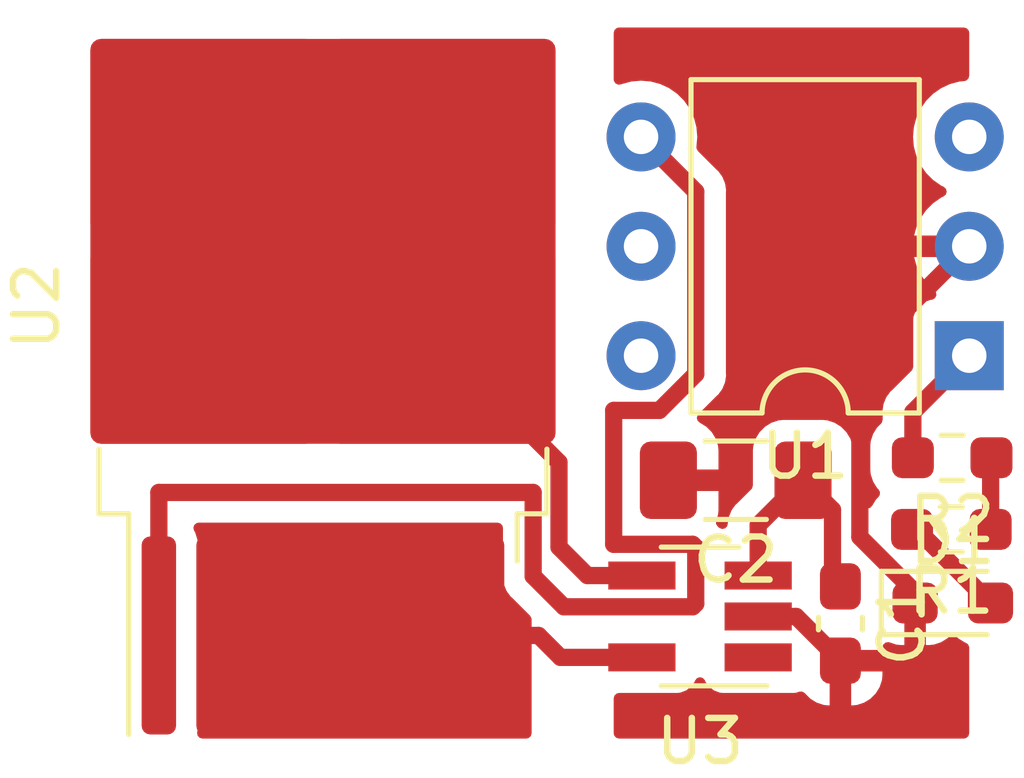
<source format=kicad_pcb>
(kicad_pcb (version 20221018) (generator pcbnew)
  (layers (0 "F.Cu" signal) (31 "B.Cu" signal) (34 "B.Paste" user) (35 "F.Paste" user) (36 "B.SilkS" user "B.Silkscreen") (37 "F.SilkS" user "F.Silkscreen") (38 "B.Mask" user) (39 "F.Mask" user) (44 "Edge.Cuts" user))
  (net 0 "")
  (net 1 "/Big Free Load Switch/i_sns_supply")
  (net 2 "GND")
  (net 3 "Net-(D1-A)")
  (net 4 "Net-(R2-Pad2)")
  (net 6 "Net-(U1-Pad4)")
  (net 8 "/Big Free Load Switch/gate_supply")
  (net 9 "/Big Free Load Switch/POWER_OUTPUT")
  (net 10 "/Big Free Load Switch/POWER_INPUT")
  (net 11 "/Big Free Load Switch/i_sns")
  (net 12 "/Big Free Load Switch/close")
  (footprint "Package_TO_SOT_SMD:TO-263-6" (layer "F.Cu") (at 56.115 24.245 90)
    (fp_text reference "U2" (at 0 -6.65 90) (layer "F.SilkS"))
    (fp_text value "~")
    (fp_line (start -4.825 -5.2) (end -4.825 -4.51) (stroke (width 0.12)) (layer "F.SilkS"))
    (fp_line (start -4.825 -4.51) (end -9.95 -4.51) (stroke (width 0.12)) (layer "F.SilkS"))
    (fp_line (start -4.825 4.51) (end -5.925 4.51) (stroke (width 0.12)) (layer "F.SilkS"))
    (fp_line (start -4.825 5.2) (end -4.825 4.51) (stroke (width 0.12)) (layer "F.SilkS"))
    (fp_line (start -3.325 -5.2) (end -4.825 -5.2) (stroke (width 0.12)) (layer "F.SilkS"))
    (fp_line (start -3.325 5.2) (end -4.825 5.2) (stroke (width 0.12)) (layer "F.SilkS"))
    (pad "1" smd roundrect (at -7.65 -3.81 90) (size 4.6 0.8) (layers "F.Cu" "F.Paste" "F.Mask") (net 6 "Net-(U1-Pad4)"))
    (pad "2" smd roundrect (at -7.65 -2.54 90) (size 4.6 0.8) (layers "F.Cu" "F.Paste" "F.Mask") (net 9 "/Big Free Load Switch/POWER_OUTPUT"))
    (pad "3" smd roundrect (at -7.65 -1.27 90) (size 4.6 0.8) (layers "F.Cu" "F.Paste" "F.Mask") (net 9 "/Big Free Load Switch/POWER_OUTPUT"))
    (pad "4" smd roundrect (at -0.925 -2.775 90) (size 4.55 5.25) (layers "F.Cu" "F.Paste") (roundrect_rratio 0.054945) (net 10 "/Big Free Load Switch/POWER_INPUT"))
    (pad "4" smd roundrect (at -0.925 2.775 90) (size 4.55 5.25) (layers "F.Cu" "F.Paste") (roundrect_rratio 0.054945) (net 10 "/Big Free Load Switch/POWER_INPUT"))
    (pad "4" smd roundrect (at 1.5 0 90) (size 9.4 10.8) (layers "F.Cu" "F.Mask") (roundrect_rratio 0.026596) (net 10 "/Big Free Load Switch/POWER_INPUT"))
    (pad "4" smd roundrect (at 3.925 -2.775 90) (size 4.55 5.25) (layers "F.Cu" "F.Paste") (roundrect_rratio 0.054945) (net 10 "/Big Free Load Switch/POWER_INPUT"))
    (pad "4" smd roundrect (at 3.925 2.775 90) (size 4.55 5.25) (layers "F.Cu" "F.Paste") (roundrect_rratio 0.054945) (net 10 "/Big Free Load Switch/POWER_INPUT"))
    (pad "5" smd roundrect (at -7.65 1.27 90) (size 4.6 0.8) (layers "F.Cu" "F.Paste" "F.Mask") (net 9 "/Big Free Load Switch/POWER_OUTPUT"))
    (pad "6" smd roundrect (at -7.65 2.54 90) (size 4.6 0.8) (layers "F.Cu" "F.Paste" "F.Mask") (net 9 "/Big Free Load Switch/POWER_OUTPUT"))
    (pad "7" smd roundrect (at -7.65 3.81 90) (size 4.6 0.8) (layers "F.Cu" "F.Paste" "F.Mask") (net 9 "/Big Free Load Switch/POWER_OUTPUT"))
  )
  (footprint "Capacitor_SMD:C_0603_1608Metric_Pad1.08x0.95mm_HandSolder" (layer "F.Cu") (at 68.128606 31.618503 -90)
    (fp_text reference "C1" (at 0 -1.43 90) (layer "F.SilkS"))
    (fp_text value "C")
    (fp_line (start -0.146267 -0.51) (end 0.146267 -0.51) (stroke (width 0.12)) (layer "F.SilkS"))
    (fp_line (start -0.146267 0.51) (end 0.146267 0.51) (stroke (width 0.12)) (layer "F.SilkS"))
    (pad "1" smd roundrect (at -0.8625 0 270) (size 1.075 0.95) (layers "F.Cu" "F.Paste" "F.Mask") (net 1 "/Big Free Load Switch/i_sns_supply"))
    (pad "2" smd roundrect (at 0.8625 0 270) (size 1.075 0.95) (layers "F.Cu" "F.Paste" "F.Mask") (net 2 "GND"))
  )
  (footprint "Package_DIP:DIP-6_W7.62mm" (layer "F.Cu") (at 71.12 25.4 180)
    (fp_text reference "U1" (at 3.81 -2.33) (layer "F.SilkS"))
    (fp_text value "~")
    (fp_line (start 1.16 -1.33) (end 1.16 6.41) (stroke (width 0.12)) (layer "F.SilkS"))
    (fp_line (start 1.16 6.41) (end 6.46 6.41) (stroke (width 0.12)) (layer "F.SilkS"))
    (fp_line (start 2.81 -1.33) (end 1.16 -1.33) (stroke (width 0.12)) (layer "F.SilkS"))
    (fp_line (start 6.46 -1.33) (end 4.81 -1.33) (stroke (width 0.12)) (layer "F.SilkS"))
    (fp_line (start 6.46 6.41) (end 6.46 -1.33) (stroke (width 0.12)) (layer "F.SilkS"))
    (fp_arc (start 4.81 -1.33) (mid 3.81 -0.33) (end 2.81 -1.33) (stroke (width 0.12)) (layer "F.SilkS"))
    (pad "1" thru_hole rect (at 0 0 180) (size 1.6 1.6) (drill 0.8) (layers "*.Cu" "*.Mask") (net 4 "Net-(R2-Pad2)"))
    (pad "2" thru_hole oval (at 0 2.54 180) (size 1.6 1.6) (drill 0.8) (layers "*.Cu" "*.Mask") (net 2 "GND"))
    (pad "3" thru_hole oval (at 0 5.08 180) (size 1.6 1.6) (drill 0.8) (layers "*.Cu" "*.Mask"))
    (pad "4" thru_hole oval (at 7.62 5.08 180) (size 1.6 1.6) (drill 0.8) (layers "*.Cu" "*.Mask") (net 6 "Net-(U1-Pad4)"))
    (pad "5" thru_hole oval (at 7.62 2.54 180) (size 1.6 1.6) (drill 0.8) (layers "*.Cu" "*.Mask"))
    (pad "6" thru_hole oval (at 7.62 0 180) (size 1.6 1.6) (drill 0.8) (layers "*.Cu" "*.Mask") (net 8 "/Big Free Load Switch/gate_supply"))
  )
  (footprint "Package_TO_SOT_SMD:SOT-23-5_HandSoldering" (layer "F.Cu") (at 64.869576 31.454276 180)
    (fp_text reference "U3" (at 0 -2.9) (layer "F.SilkS"))
    (fp_text value "~")
    (fp_line (start -0.9 1.61) (end 0.9 1.61) (stroke (width 0.12)) (layer "F.SilkS"))
    (fp_line (start 0.9 -1.61) (end -1.55 -1.61) (stroke (width 0.12)) (layer "F.SilkS"))
    (pad "1" smd rect (at -1.35 -0.95 180) (size 1.56 0.65) (layers "F.Cu" "F.Paste" "F.Mask") (net 11 "/Big Free Load Switch/i_sns"))
    (pad "2" smd rect (at -1.35 0 180) (size 1.56 0.65) (layers "F.Cu" "F.Paste" "F.Mask") (net 2 "GND"))
    (pad "3" smd rect (at -1.35 0.95 180) (size 1.56 0.65) (layers "F.Cu" "F.Paste" "F.Mask") (net 1 "/Big Free Load Switch/i_sns_supply"))
    (pad "4" smd rect (at 1.35 0.95 180) (size 1.56 0.65) (layers "F.Cu" "F.Paste" "F.Mask") (net 10 "/Big Free Load Switch/POWER_INPUT"))
    (pad "5" smd rect (at 1.35 -0.95 180) (size 1.56 0.65) (layers "F.Cu" "F.Paste" "F.Mask") (net 9 "/Big Free Load Switch/POWER_OUTPUT"))
  )
  (footprint "Resistor_SMD:R_0603_1608Metric_Pad0.98x0.95mm_HandSolder" (layer "F.Cu") (at 70.723409 27.769413 180)
    (fp_text reference "R2" (at 0 -1.43) (layer "F.SilkS"))
    (fp_text value "470")
    (fp_line (start -0.254724 -0.5225) (end 0.254724 -0.5225) (stroke (width 0.12)) (layer "F.SilkS"))
    (fp_line (start -0.254724 0.5225) (end 0.254724 0.5225) (stroke (width 0.12)) (layer "F.SilkS"))
    (pad "1" smd roundrect (at -0.9125 0 180) (size 0.975 0.95) (layers "F.Cu" "F.Paste" "F.Mask") (net 12 "/Big Free Load Switch/close"))
    (pad "2" smd roundrect (at 0.9125 0 180) (size 0.975 0.95) (layers "F.Cu" "F.Paste" "F.Mask") (net 4 "Net-(R2-Pad2)"))
  )
  (footprint "Capacitor_SMD:C_1206_3216Metric_Pad1.33x1.80mm_HandSolder" (layer "F.Cu") (at 65.6975 28.291874 180)
    (fp_text reference "C2" (at 0 -1.85) (layer "F.SilkS"))
    (fp_text value "C")
    (fp_line (start -0.711252 -0.91) (end 0.711252 -0.91) (stroke (width 0.12)) (layer "F.SilkS"))
    (fp_line (start -0.711252 0.91) (end 0.711252 0.91) (stroke (width 0.12)) (layer "F.SilkS"))
    (pad "1" smd roundrect (at -1.5625 0 180) (size 1.325 1.8) (layers "F.Cu" "F.Paste" "F.Mask") (roundrect_rratio 0.188679) (net 1 "/Big Free Load Switch/i_sns_supply"))
    (pad "2" smd roundrect (at 1.5625 0 180) (size 1.325 1.8) (layers "F.Cu" "F.Paste" "F.Mask") (roundrect_rratio 0.188679) (net 2 "GND"))
  )
  (footprint "Resistor_SMD:R_0603_1608Metric_Pad0.98x0.95mm_HandSolder" (layer "F.Cu") (at 70.704171 29.432727 180)
    (fp_text reference "R1" (at 0 -1.43) (layer "F.SilkS"))
    (fp_text value "470")
    (fp_line (start -0.254724 -0.5225) (end 0.254724 -0.5225) (stroke (width 0.12)) (layer "F.SilkS"))
    (fp_line (start -0.254724 0.5225) (end 0.254724 0.5225) (stroke (width 0.12)) (layer "F.SilkS"))
    (pad "1" smd roundrect (at -0.9125 0 180) (size 0.975 0.95) (layers "F.Cu" "F.Paste" "F.Mask") (net 12 "/Big Free Load Switch/close"))
    (pad "2" smd roundrect (at 0.9125 0 180) (size 0.975 0.95) (layers "F.Cu" "F.Paste" "F.Mask") (net 3 "Net-(D1-A)"))
  )
  (footprint "LED_SMD:LED_0603_1608Metric_Pad1.05x0.95mm_HandSolder" (layer "F.Cu") (at 70.737833 31.142245)
    (fp_text reference "D1" (at 0 -1.43) (layer "F.SilkS"))
    (fp_text value "LED")
    (fp_line (start -1.66 -0.735) (end -1.66 0.735) (stroke (width 0.12)) (layer "F.SilkS"))
    (fp_line (start -1.66 0.735) (end 0.8 0.735) (stroke (width 0.12)) (layer "F.SilkS"))
    (fp_line (start 0.8 -0.735) (end -1.66 -0.735) (stroke (width 0.12)) (layer "F.SilkS"))
    (pad "1" smd roundrect (at -0.875 0) (size 1.05 0.95) (layers "F.Cu" "F.Paste" "F.Mask") (net 2 "GND"))
    (pad "2" smd roundrect (at 0.875 0) (size 1.05 0.95) (layers "F.Cu" "F.Paste" "F.Mask") (net 3 "Net-(D1-A)"))
  )
  (segment (start 66.219576 29.332298) (end 67.26 28.291874) (width 0.4) (layer "F.Cu") (net 1))
  (segment (start 67.945 30.572397) (end 68.128606 30.756003) (width 0.4) (layer "F.Cu") (net 1))
  (segment (start 66.219576 30.504276) (end 66.219576 29.332298) (width 0.4) (layer "F.Cu") (net 1))
  (segment (start 67.26 28.291874) (end 67.945 28.976874) (width 0.4) (layer "F.Cu") (net 1))
  (segment (start 67.945 28.976874) (end 67.945 30.572397) (width 0.4) (layer "F.Cu") (net 1))
  (segment (start 67.101879 31.454276) (end 66.219576 31.454276) (width 0.4) (layer "F.Cu") (net 2))
  (segment (start 69.862833 30.89295) (end 68.58 29.610117) (width 0.4) (layer "F.Cu") (net 2))
  (segment (start 68.128606 32.481003) (end 67.101879 31.454276) (width 0.4) (layer "F.Cu") (net 2))
  (segment (start 68.58 25.4) (end 71.12 22.86) (width 0.4) (layer "F.Cu") (net 2))
  (segment (start 68.58 29.610117) (end 68.58 25.4) (width 0.4) (layer "F.Cu") (net 2))
  (segment (start 69.862833 31.142245) (end 69.862833 30.89295) (width 0.4) (layer "F.Cu") (net 2))
  (segment (start 69.791671 29.432727) (end 69.903315 29.432727) (width 0.4) (layer "F.Cu") (net 3))
  (segment (start 69.903315 29.432727) (end 71.612833 31.142245) (width 0.4) (layer "F.Cu") (net 3))
  (segment (start 69.810909 27.769413) (end 69.810909 26.709091) (width 0.4) (layer "F.Cu") (net 4))
  (segment (start 69.810909 26.709091) (end 71.12 25.4) (width 0.4) (layer "F.Cu") (net 4))
  (segment (start 52.305 28.575) (end 60.995 28.575) (width 0.4) (layer "F.Cu") (net 6))
  (segment (start 62.865 29.779276) (end 62.865 26.67) (width 0.4) (layer "F.Cu") (net 6))
  (segment (start 60.995 28.575) (end 60.995 30.51735) (width 0.4) (layer "F.Cu") (net 6))
  (segment (start 64.77 25.827057) (end 64.77 21.59) (width 0.4) (layer "F.Cu") (net 6))
  (segment (start 64.699576 29.779276) (end 62.865 29.779276) (width 0.4) (layer "F.Cu") (net 6))
  (segment (start 64.77 31.158852) (end 64.77 29.8497) (width 0.4) (layer "F.Cu") (net 6))
  (segment (start 62.865 26.67) (end 63.927057 26.67) (width 0.4) (layer "F.Cu") (net 6))
  (segment (start 61.706926 31.229276) (end 64.699576 31.229276) (width 0.4) (layer "F.Cu") (net 6))
  (segment (start 63.927057 26.67) (end 64.77 25.827057) (width 0.4) (layer "F.Cu") (net 6))
  (segment (start 64.77 29.8497) (end 64.699576 29.779276) (width 0.4) (layer "F.Cu") (net 6))
  (segment (start 52.305 31.895) (end 52.305 28.575) (width 0.4) (layer "F.Cu") (net 6))
  (segment (start 64.77 21.59) (end 63.5 20.32) (width 0.4) (layer "F.Cu") (net 6))
  (segment (start 60.995 30.51735) (end 61.706926 31.229276) (width 0.4) (layer "F.Cu") (net 6))
  (segment (start 64.699576 31.229276) (end 64.77 31.158852) (width 0.4) (layer "F.Cu") (net 6))
  (segment (start 61.120804 31.895) (end 59.925 31.895) (width 0.4) (layer "F.Cu") (net 9))
  (segment (start 63.519576 32.404276) (end 61.63008 32.404276) (width 0.4) (layer "F.Cu") (net 9))
  (segment (start 61.63008 32.404276) (end 61.120804 31.895) (width 0.4) (layer "F.Cu") (net 9))
  (segment (start 61.595 29.845) (end 61.595 27.875) (width 0.4) (layer "F.Cu") (net 10))
  (segment (start 63.519576 30.504276) (end 62.254276 30.504276) (width 0.4) (layer "F.Cu") (net 10))
  (segment (start 62.254276 30.504276) (end 61.595 29.845) (width 0.4) (layer "F.Cu") (net 10))
  (segment (start 61.595 27.875) (end 58.89 25.17) (width 0.4) (layer "F.Cu") (net 10))
  (segment (start 71.616671 27.788651) (end 71.635909 27.769413) (width 0.4) (layer "F.Cu") (net 12))
  (segment (start 71.616671 29.432727) (end 71.616671 27.788651) (width 0.4) (layer "F.Cu") (net 12))
  (zone (net 2) (net_name "GND") (layer "F.Cu") (connect_pads (clearance 0.5)) (min_thickness 0.25) (fill yes (thermal_gap 0.5) (thermal_bridge_width 0.5))
    (polygon (pts (xy 62.865 17.78) (xy 71.12 17.78) (xy 71.12 34.29) (xy 62.865 34.29)))
  )
  (zone (net 9) (net_name "/Big Free Load Switch/POWER_OUTPUT") (layer "F.Cu") (priority 1) (connect_pads yes (clearance 0.5)) (min_thickness 0.25) (fill yes (thermal_gap 0.5) (thermal_bridge_width 0.5))
    (polygon (pts (xy 60.96 34.29) (xy 60.96 29.21) (xy 50.8 29.21) (xy 50.8 34.29)))
  )
)
</source>
